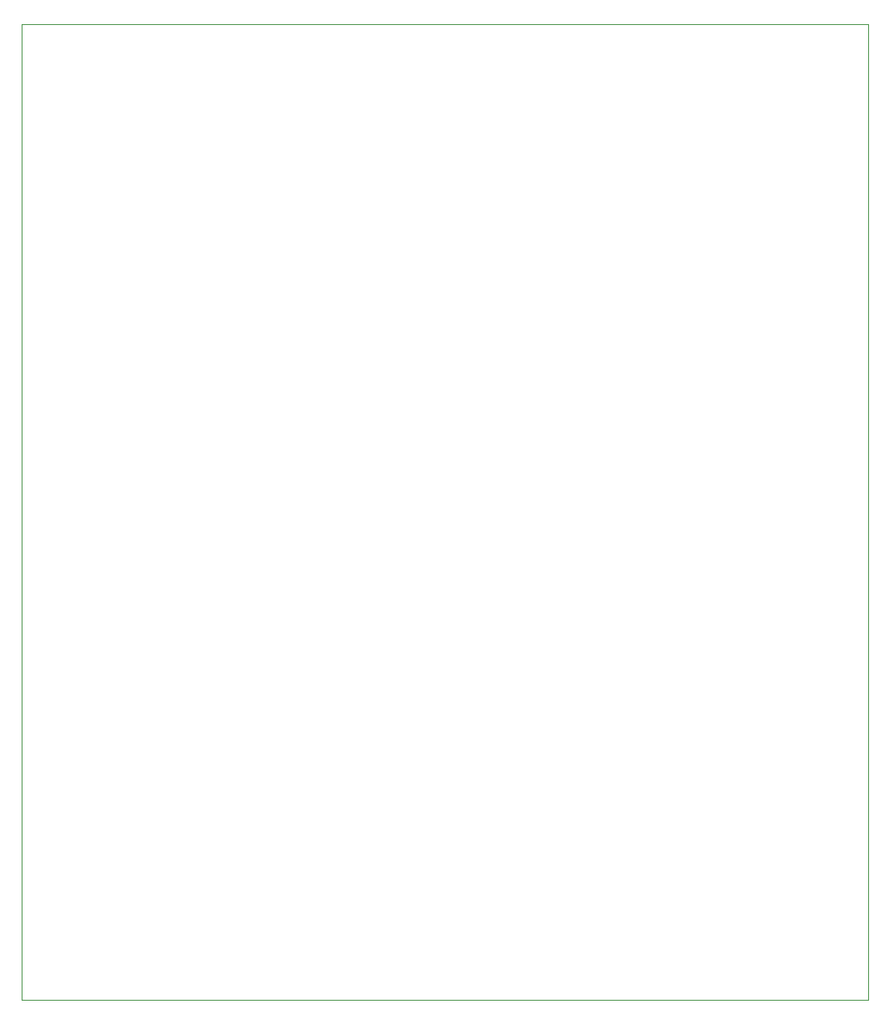
<source format=gbr>
G04 Layer_Color=0*
%FSLAX45Y45*%
%MOMM*%
%TF.FileFunction,Profile*%
%TF.Part,Single*%
G01*
G75*
%TA.AperFunction,Profile*%
%ADD73C,0.02540*%
D73*
X5547700Y15473000D02*
Y5564800D01*
X14158299D01*
Y15473000D01*
X5547700D01*
%TF.MD5,C8392E0C588A770FCF9C9C5EFFD3BD36*%
M02*

</source>
